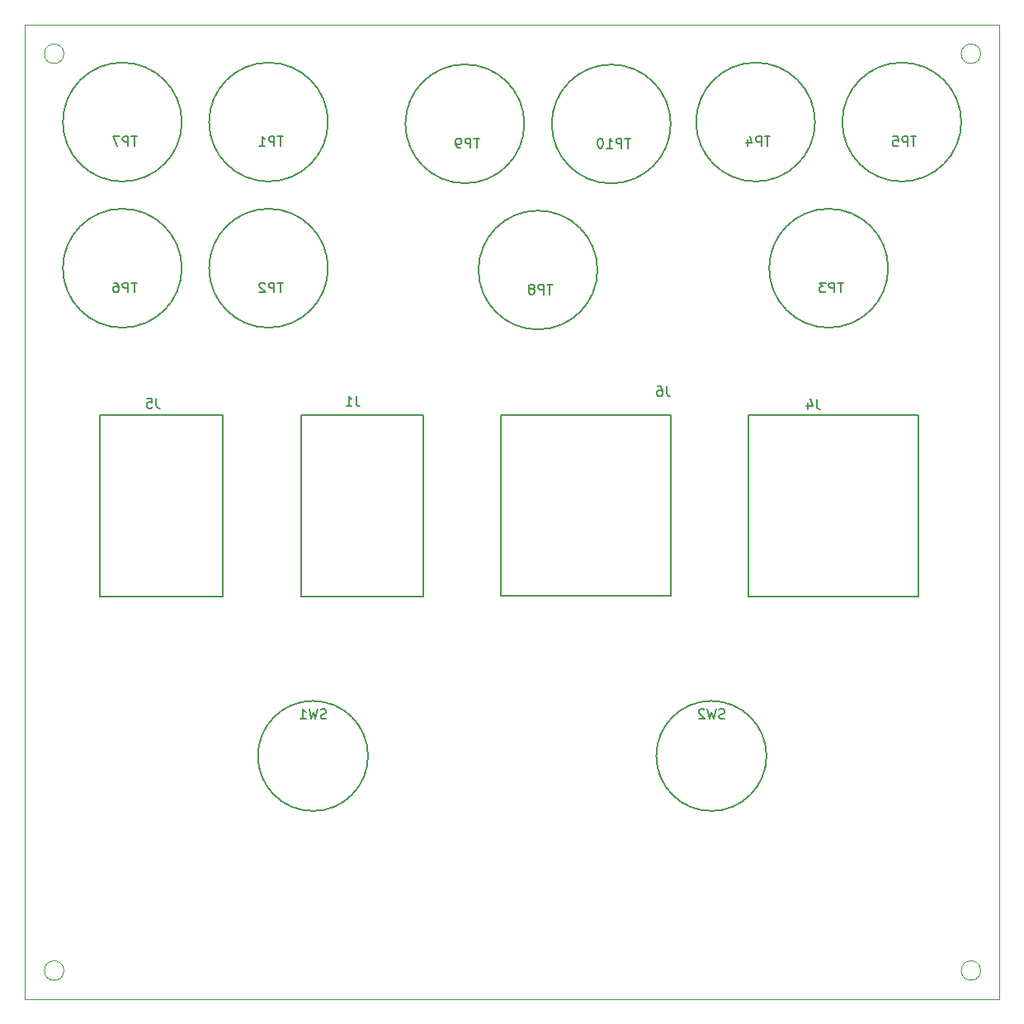
<source format=gbr>
%TF.GenerationSoftware,KiCad,Pcbnew,(5.0.0)*%
%TF.CreationDate,2020-03-24T12:13:02+01:00*%
%TF.ProjectId,Schaltplan_Modul3,536368616C74706C616E5F4D6F64756C,rev?*%
%TF.SameCoordinates,Original*%
%TF.FileFunction,Legend,Bot*%
%TF.FilePolarity,Positive*%
%FSLAX46Y46*%
G04 Gerber Fmt 4.6, Leading zero omitted, Abs format (unit mm)*
G04 Created by KiCad (PCBNEW (5.0.0)) date 03/24/20 12:13:02*
%MOMM*%
%LPD*%
G01*
G04 APERTURE LIST*
%ADD10C,0.100000*%
%ADD11C,0.150000*%
G04 APERTURE END LIST*
D10*
X94856000Y-142720000D02*
G75*
G03X94856000Y-142720000I-1000000J0D01*
G01*
X188932000Y-142720000D02*
G75*
G03X188932000Y-142720000I-1000000J0D01*
G01*
X188932000Y-48644000D02*
G75*
G03X188932000Y-48644000I-1000000J0D01*
G01*
X94856000Y-48644000D02*
G75*
G03X94856000Y-48644000I-1000000J0D01*
G01*
X190856000Y-45644000D02*
X190856000Y-145644000D01*
X90856000Y-45644000D02*
X90856000Y-145644000D01*
X90856000Y-145644000D02*
X190856000Y-145644000D01*
X90856000Y-45644000D02*
X190856000Y-45644000D01*
D11*
%TO.C,J6*%
X139656000Y-85694000D02*
X139656000Y-104294000D01*
X157156000Y-104294000D02*
X139656000Y-104294000D01*
X157156000Y-85694000D02*
X157156000Y-104294000D01*
X139656000Y-85694000D02*
X157156000Y-85694000D01*
%TO.C,J1*%
X119166000Y-85744000D02*
X131766000Y-85744000D01*
X131766000Y-85744000D02*
X131766000Y-104344000D01*
X131766000Y-104344000D02*
X119166000Y-104344000D01*
X119166000Y-85744000D02*
X119166000Y-104344000D01*
%TO.C,TP2*%
X121956000Y-70644000D02*
G75*
G03X121956000Y-70644000I-6100000J0D01*
G01*
%TO.C,TP6*%
X106956000Y-70644000D02*
G75*
G03X106956000Y-70644000I-6100000J0D01*
G01*
%TO.C,TP10*%
X157119600Y-55847200D02*
G75*
G03X157119600Y-55847200I-6100000J0D01*
G01*
%TO.C,TP7*%
X106956000Y-55644000D02*
G75*
G03X106956000Y-55644000I-6100000J0D01*
G01*
%TO.C,TP3*%
X179430400Y-70644000D02*
G75*
G03X179430400Y-70644000I-6100000J0D01*
G01*
%TO.C,TP5*%
X186930400Y-55644000D02*
G75*
G03X186930400Y-55644000I-6100000J0D01*
G01*
%TO.C,TP8*%
X149603200Y-70829400D02*
G75*
G03X149603200Y-70829400I-6100000J0D01*
G01*
%TO.C,TP1*%
X121956000Y-55644000D02*
G75*
G03X121956000Y-55644000I-6100000J0D01*
G01*
%TO.C,TP9*%
X142103200Y-55829400D02*
G75*
G03X142103200Y-55829400I-6100000J0D01*
G01*
%TO.C,J4*%
X165056000Y-85744000D02*
X165056000Y-104344000D01*
X182556000Y-104344000D02*
X165056000Y-104344000D01*
X182556000Y-85744000D02*
X182556000Y-104344000D01*
X165056000Y-85744000D02*
X182556000Y-85744000D01*
%TO.C,J5*%
X98556000Y-85744000D02*
X111156000Y-85744000D01*
X111156000Y-85744000D02*
X111156000Y-104344000D01*
X111156000Y-104344000D02*
X98556000Y-104344000D01*
X98556000Y-85744000D02*
X98556000Y-104344000D01*
%TO.C,TP4*%
X171930400Y-55644000D02*
G75*
G03X171930400Y-55644000I-6100000J0D01*
G01*
%TO.C,SW2*%
X166947666Y-120691001D02*
G75*
G03X166947666Y-120691001I-5650000J0D01*
G01*
%TO.C,SW1*%
X126064333Y-120691001D02*
G75*
G03X126064333Y-120691001I-5650000J0D01*
G01*
%TD*%
%TO.C,J6*%
X156709333Y-82786380D02*
X156709333Y-83500666D01*
X156756952Y-83643523D01*
X156852190Y-83738761D01*
X156995047Y-83786380D01*
X157090285Y-83786380D01*
X155804571Y-82786380D02*
X155995047Y-82786380D01*
X156090285Y-82834000D01*
X156137904Y-82881619D01*
X156233142Y-83024476D01*
X156280761Y-83214952D01*
X156280761Y-83595904D01*
X156233142Y-83691142D01*
X156185523Y-83738761D01*
X156090285Y-83786380D01*
X155899809Y-83786380D01*
X155804571Y-83738761D01*
X155756952Y-83691142D01*
X155709333Y-83595904D01*
X155709333Y-83357809D01*
X155756952Y-83262571D01*
X155804571Y-83214952D01*
X155899809Y-83167333D01*
X156090285Y-83167333D01*
X156185523Y-83214952D01*
X156233142Y-83262571D01*
X156280761Y-83357809D01*
%TO.C,J1*%
X124839333Y-83796380D02*
X124839333Y-84510666D01*
X124886952Y-84653523D01*
X124982190Y-84748761D01*
X125125047Y-84796380D01*
X125220285Y-84796380D01*
X123839333Y-84796380D02*
X124410761Y-84796380D01*
X124125047Y-84796380D02*
X124125047Y-83796380D01*
X124220285Y-83939238D01*
X124315523Y-84034476D01*
X124410761Y-84082095D01*
%TO.C,TP2*%
X117347904Y-72126380D02*
X116776476Y-72126380D01*
X117062190Y-73126380D02*
X117062190Y-72126380D01*
X116443142Y-73126380D02*
X116443142Y-72126380D01*
X116062190Y-72126380D01*
X115966952Y-72174000D01*
X115919333Y-72221619D01*
X115871714Y-72316857D01*
X115871714Y-72459714D01*
X115919333Y-72554952D01*
X115966952Y-72602571D01*
X116062190Y-72650190D01*
X116443142Y-72650190D01*
X115490761Y-72221619D02*
X115443142Y-72174000D01*
X115347904Y-72126380D01*
X115109809Y-72126380D01*
X115014571Y-72174000D01*
X114966952Y-72221619D01*
X114919333Y-72316857D01*
X114919333Y-72412095D01*
X114966952Y-72554952D01*
X115538380Y-73126380D01*
X114919333Y-73126380D01*
%TO.C,TP6*%
X102347904Y-72126380D02*
X101776476Y-72126380D01*
X102062190Y-73126380D02*
X102062190Y-72126380D01*
X101443142Y-73126380D02*
X101443142Y-72126380D01*
X101062190Y-72126380D01*
X100966952Y-72174000D01*
X100919333Y-72221619D01*
X100871714Y-72316857D01*
X100871714Y-72459714D01*
X100919333Y-72554952D01*
X100966952Y-72602571D01*
X101062190Y-72650190D01*
X101443142Y-72650190D01*
X100014571Y-72126380D02*
X100205047Y-72126380D01*
X100300285Y-72174000D01*
X100347904Y-72221619D01*
X100443142Y-72364476D01*
X100490761Y-72554952D01*
X100490761Y-72935904D01*
X100443142Y-73031142D01*
X100395523Y-73078761D01*
X100300285Y-73126380D01*
X100109809Y-73126380D01*
X100014571Y-73078761D01*
X99966952Y-73031142D01*
X99919333Y-72935904D01*
X99919333Y-72697809D01*
X99966952Y-72602571D01*
X100014571Y-72554952D01*
X100109809Y-72507333D01*
X100300285Y-72507333D01*
X100395523Y-72554952D01*
X100443142Y-72602571D01*
X100490761Y-72697809D01*
%TO.C,TP10*%
X152987695Y-57329580D02*
X152416266Y-57329580D01*
X152701980Y-58329580D02*
X152701980Y-57329580D01*
X152082933Y-58329580D02*
X152082933Y-57329580D01*
X151701980Y-57329580D01*
X151606742Y-57377200D01*
X151559123Y-57424819D01*
X151511504Y-57520057D01*
X151511504Y-57662914D01*
X151559123Y-57758152D01*
X151606742Y-57805771D01*
X151701980Y-57853390D01*
X152082933Y-57853390D01*
X150559123Y-58329580D02*
X151130552Y-58329580D01*
X150844838Y-58329580D02*
X150844838Y-57329580D01*
X150940076Y-57472438D01*
X151035314Y-57567676D01*
X151130552Y-57615295D01*
X149940076Y-57329580D02*
X149844838Y-57329580D01*
X149749600Y-57377200D01*
X149701980Y-57424819D01*
X149654361Y-57520057D01*
X149606742Y-57710533D01*
X149606742Y-57948628D01*
X149654361Y-58139104D01*
X149701980Y-58234342D01*
X149749600Y-58281961D01*
X149844838Y-58329580D01*
X149940076Y-58329580D01*
X150035314Y-58281961D01*
X150082933Y-58234342D01*
X150130552Y-58139104D01*
X150178171Y-57948628D01*
X150178171Y-57710533D01*
X150130552Y-57520057D01*
X150082933Y-57424819D01*
X150035314Y-57377200D01*
X149940076Y-57329580D01*
%TO.C,TP7*%
X102347904Y-57126380D02*
X101776476Y-57126380D01*
X102062190Y-58126380D02*
X102062190Y-57126380D01*
X101443142Y-58126380D02*
X101443142Y-57126380D01*
X101062190Y-57126380D01*
X100966952Y-57174000D01*
X100919333Y-57221619D01*
X100871714Y-57316857D01*
X100871714Y-57459714D01*
X100919333Y-57554952D01*
X100966952Y-57602571D01*
X101062190Y-57650190D01*
X101443142Y-57650190D01*
X100538380Y-57126380D02*
X99871714Y-57126380D01*
X100300285Y-58126380D01*
%TO.C,TP3*%
X174822304Y-72126380D02*
X174250876Y-72126380D01*
X174536590Y-73126380D02*
X174536590Y-72126380D01*
X173917542Y-73126380D02*
X173917542Y-72126380D01*
X173536590Y-72126380D01*
X173441352Y-72174000D01*
X173393733Y-72221619D01*
X173346114Y-72316857D01*
X173346114Y-72459714D01*
X173393733Y-72554952D01*
X173441352Y-72602571D01*
X173536590Y-72650190D01*
X173917542Y-72650190D01*
X173012780Y-72126380D02*
X172393733Y-72126380D01*
X172727066Y-72507333D01*
X172584209Y-72507333D01*
X172488971Y-72554952D01*
X172441352Y-72602571D01*
X172393733Y-72697809D01*
X172393733Y-72935904D01*
X172441352Y-73031142D01*
X172488971Y-73078761D01*
X172584209Y-73126380D01*
X172869923Y-73126380D01*
X172965161Y-73078761D01*
X173012780Y-73031142D01*
%TO.C,TP5*%
X182322304Y-57126380D02*
X181750876Y-57126380D01*
X182036590Y-58126380D02*
X182036590Y-57126380D01*
X181417542Y-58126380D02*
X181417542Y-57126380D01*
X181036590Y-57126380D01*
X180941352Y-57174000D01*
X180893733Y-57221619D01*
X180846114Y-57316857D01*
X180846114Y-57459714D01*
X180893733Y-57554952D01*
X180941352Y-57602571D01*
X181036590Y-57650190D01*
X181417542Y-57650190D01*
X179941352Y-57126380D02*
X180417542Y-57126380D01*
X180465161Y-57602571D01*
X180417542Y-57554952D01*
X180322304Y-57507333D01*
X180084209Y-57507333D01*
X179988971Y-57554952D01*
X179941352Y-57602571D01*
X179893733Y-57697809D01*
X179893733Y-57935904D01*
X179941352Y-58031142D01*
X179988971Y-58078761D01*
X180084209Y-58126380D01*
X180322304Y-58126380D01*
X180417542Y-58078761D01*
X180465161Y-58031142D01*
%TO.C,TP8*%
X144995104Y-72311780D02*
X144423676Y-72311780D01*
X144709390Y-73311780D02*
X144709390Y-72311780D01*
X144090342Y-73311780D02*
X144090342Y-72311780D01*
X143709390Y-72311780D01*
X143614152Y-72359400D01*
X143566533Y-72407019D01*
X143518914Y-72502257D01*
X143518914Y-72645114D01*
X143566533Y-72740352D01*
X143614152Y-72787971D01*
X143709390Y-72835590D01*
X144090342Y-72835590D01*
X142947485Y-72740352D02*
X143042723Y-72692733D01*
X143090342Y-72645114D01*
X143137961Y-72549876D01*
X143137961Y-72502257D01*
X143090342Y-72407019D01*
X143042723Y-72359400D01*
X142947485Y-72311780D01*
X142757009Y-72311780D01*
X142661771Y-72359400D01*
X142614152Y-72407019D01*
X142566533Y-72502257D01*
X142566533Y-72549876D01*
X142614152Y-72645114D01*
X142661771Y-72692733D01*
X142757009Y-72740352D01*
X142947485Y-72740352D01*
X143042723Y-72787971D01*
X143090342Y-72835590D01*
X143137961Y-72930828D01*
X143137961Y-73121304D01*
X143090342Y-73216542D01*
X143042723Y-73264161D01*
X142947485Y-73311780D01*
X142757009Y-73311780D01*
X142661771Y-73264161D01*
X142614152Y-73216542D01*
X142566533Y-73121304D01*
X142566533Y-72930828D01*
X142614152Y-72835590D01*
X142661771Y-72787971D01*
X142757009Y-72740352D01*
%TO.C,TP1*%
X117347904Y-57126380D02*
X116776476Y-57126380D01*
X117062190Y-58126380D02*
X117062190Y-57126380D01*
X116443142Y-58126380D02*
X116443142Y-57126380D01*
X116062190Y-57126380D01*
X115966952Y-57174000D01*
X115919333Y-57221619D01*
X115871714Y-57316857D01*
X115871714Y-57459714D01*
X115919333Y-57554952D01*
X115966952Y-57602571D01*
X116062190Y-57650190D01*
X116443142Y-57650190D01*
X114919333Y-58126380D02*
X115490761Y-58126380D01*
X115205047Y-58126380D02*
X115205047Y-57126380D01*
X115300285Y-57269238D01*
X115395523Y-57364476D01*
X115490761Y-57412095D01*
%TO.C,TP9*%
X137495104Y-57311780D02*
X136923676Y-57311780D01*
X137209390Y-58311780D02*
X137209390Y-57311780D01*
X136590342Y-58311780D02*
X136590342Y-57311780D01*
X136209390Y-57311780D01*
X136114152Y-57359400D01*
X136066533Y-57407019D01*
X136018914Y-57502257D01*
X136018914Y-57645114D01*
X136066533Y-57740352D01*
X136114152Y-57787971D01*
X136209390Y-57835590D01*
X136590342Y-57835590D01*
X135542723Y-58311780D02*
X135352247Y-58311780D01*
X135257009Y-58264161D01*
X135209390Y-58216542D01*
X135114152Y-58073685D01*
X135066533Y-57883209D01*
X135066533Y-57502257D01*
X135114152Y-57407019D01*
X135161771Y-57359400D01*
X135257009Y-57311780D01*
X135447485Y-57311780D01*
X135542723Y-57359400D01*
X135590342Y-57407019D01*
X135637961Y-57502257D01*
X135637961Y-57740352D01*
X135590342Y-57835590D01*
X135542723Y-57883209D01*
X135447485Y-57930828D01*
X135257009Y-57930828D01*
X135161771Y-57883209D01*
X135114152Y-57835590D01*
X135066533Y-57740352D01*
%TO.C,J4*%
X172089333Y-84096380D02*
X172089333Y-84810666D01*
X172136952Y-84953523D01*
X172232190Y-85048761D01*
X172375047Y-85096380D01*
X172470285Y-85096380D01*
X171184571Y-84429714D02*
X171184571Y-85096380D01*
X171422666Y-84048761D02*
X171660761Y-84763047D01*
X171041714Y-84763047D01*
%TO.C,J5*%
X104339333Y-83996380D02*
X104339333Y-84710666D01*
X104386952Y-84853523D01*
X104482190Y-84948761D01*
X104625047Y-84996380D01*
X104720285Y-84996380D01*
X103386952Y-83996380D02*
X103863142Y-83996380D01*
X103910761Y-84472571D01*
X103863142Y-84424952D01*
X103767904Y-84377333D01*
X103529809Y-84377333D01*
X103434571Y-84424952D01*
X103386952Y-84472571D01*
X103339333Y-84567809D01*
X103339333Y-84805904D01*
X103386952Y-84901142D01*
X103434571Y-84948761D01*
X103529809Y-84996380D01*
X103767904Y-84996380D01*
X103863142Y-84948761D01*
X103910761Y-84901142D01*
%TO.C,TP4*%
X167322304Y-57126380D02*
X166750876Y-57126380D01*
X167036590Y-58126380D02*
X167036590Y-57126380D01*
X166417542Y-58126380D02*
X166417542Y-57126380D01*
X166036590Y-57126380D01*
X165941352Y-57174000D01*
X165893733Y-57221619D01*
X165846114Y-57316857D01*
X165846114Y-57459714D01*
X165893733Y-57554952D01*
X165941352Y-57602571D01*
X166036590Y-57650190D01*
X166417542Y-57650190D01*
X164988971Y-57459714D02*
X164988971Y-58126380D01*
X165227066Y-57078761D02*
X165465161Y-57793047D01*
X164846114Y-57793047D01*
%TO.C,SW2*%
X162660999Y-116835762D02*
X162518142Y-116883381D01*
X162280046Y-116883381D01*
X162184808Y-116835762D01*
X162137189Y-116788143D01*
X162089570Y-116692905D01*
X162089570Y-116597667D01*
X162137189Y-116502429D01*
X162184808Y-116454810D01*
X162280046Y-116407191D01*
X162470523Y-116359572D01*
X162565761Y-116311953D01*
X162613380Y-116264334D01*
X162660999Y-116169096D01*
X162660999Y-116073858D01*
X162613380Y-115978620D01*
X162565761Y-115931001D01*
X162470523Y-115883381D01*
X162232427Y-115883381D01*
X162089570Y-115931001D01*
X161756237Y-115883381D02*
X161518142Y-116883381D01*
X161327666Y-116169096D01*
X161137189Y-116883381D01*
X160899094Y-115883381D01*
X160565761Y-115978620D02*
X160518142Y-115931001D01*
X160422904Y-115883381D01*
X160184808Y-115883381D01*
X160089570Y-115931001D01*
X160041951Y-115978620D01*
X159994332Y-116073858D01*
X159994332Y-116169096D01*
X160041951Y-116311953D01*
X160613380Y-116883381D01*
X159994332Y-116883381D01*
%TO.C,SW1*%
X121777666Y-116835762D02*
X121634809Y-116883381D01*
X121396713Y-116883381D01*
X121301475Y-116835762D01*
X121253856Y-116788143D01*
X121206237Y-116692905D01*
X121206237Y-116597667D01*
X121253856Y-116502429D01*
X121301475Y-116454810D01*
X121396713Y-116407191D01*
X121587190Y-116359572D01*
X121682428Y-116311953D01*
X121730047Y-116264334D01*
X121777666Y-116169096D01*
X121777666Y-116073858D01*
X121730047Y-115978620D01*
X121682428Y-115931001D01*
X121587190Y-115883381D01*
X121349094Y-115883381D01*
X121206237Y-115931001D01*
X120872904Y-115883381D02*
X120634809Y-116883381D01*
X120444333Y-116169096D01*
X120253856Y-116883381D01*
X120015761Y-115883381D01*
X119110999Y-116883381D02*
X119682428Y-116883381D01*
X119396713Y-116883381D02*
X119396713Y-115883381D01*
X119491952Y-116026239D01*
X119587190Y-116121477D01*
X119682428Y-116169096D01*
%TD*%
M02*

</source>
